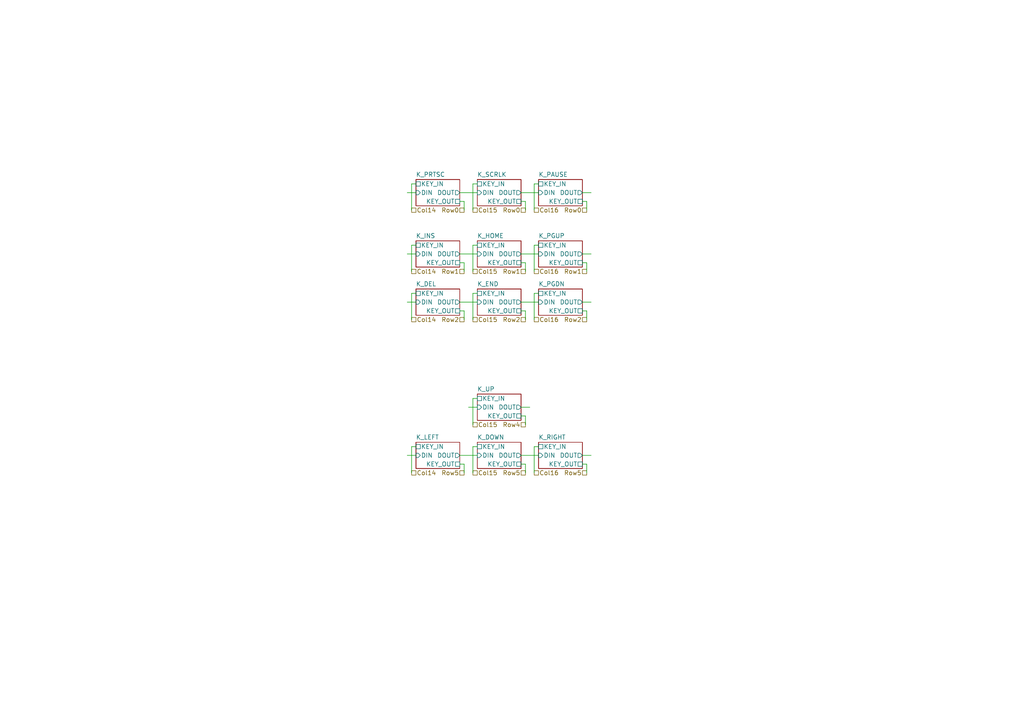
<source format=kicad_sch>
(kicad_sch
	(version 20250114)
	(generator "eeschema")
	(generator_version "9.0")
	(uuid "50d953a2-6718-4be1-9081-ca3a25003671")
	(paper "A4")
	(lib_symbols)
	(wire
		(pts
			(xy 134.62 90.17) (xy 134.62 92.71)
		)
		(stroke
			(width 0)
			(type default)
		)
		(uuid "0a64882f-115f-40fa-b8d4-f955193ec658")
	)
	(wire
		(pts
			(xy 137.16 85.09) (xy 138.43 85.09)
		)
		(stroke
			(width 0)
			(type default)
		)
		(uuid "0c527293-197e-4083-b36d-71bbad5576f4")
	)
	(wire
		(pts
			(xy 137.16 115.57) (xy 137.16 123.19)
		)
		(stroke
			(width 0)
			(type default)
		)
		(uuid "12bb8038-9b4d-4f4c-a15d-436d6d5b2ab3")
	)
	(wire
		(pts
			(xy 154.94 85.09) (xy 156.21 85.09)
		)
		(stroke
			(width 0)
			(type default)
		)
		(uuid "1b247bfa-ccc9-4e00-a31c-dfeece7f1c09")
	)
	(wire
		(pts
			(xy 119.38 71.12) (xy 120.65 71.12)
		)
		(stroke
			(width 0)
			(type default)
		)
		(uuid "1f1ba7b8-c01c-49de-9d3e-1cd4e1e5ca7b")
	)
	(wire
		(pts
			(xy 137.16 71.12) (xy 138.43 71.12)
		)
		(stroke
			(width 0)
			(type default)
		)
		(uuid "1ff7312d-4e87-4d2c-93f6-7a61ee3fec4a")
	)
	(wire
		(pts
			(xy 151.13 58.42) (xy 152.4 58.42)
		)
		(stroke
			(width 0)
			(type default)
		)
		(uuid "23612167-5123-4c14-9cde-273d39ab2ffa")
	)
	(wire
		(pts
			(xy 168.91 58.42) (xy 170.18 58.42)
		)
		(stroke
			(width 0)
			(type default)
		)
		(uuid "25e7a9ae-f206-4590-ac96-5dc2734ff6e2")
	)
	(wire
		(pts
			(xy 152.4 76.2) (xy 152.4 78.74)
		)
		(stroke
			(width 0)
			(type default)
		)
		(uuid "299cb484-5d85-494c-a715-223e012441f4")
	)
	(wire
		(pts
			(xy 133.35 134.62) (xy 134.62 134.62)
		)
		(stroke
			(width 0)
			(type default)
		)
		(uuid "2a4b8001-6674-4f5f-b10a-dd7b4b8573b1")
	)
	(wire
		(pts
			(xy 134.62 58.42) (xy 134.62 60.96)
		)
		(stroke
			(width 0)
			(type default)
		)
		(uuid "2a63abe6-9619-4af0-bfe9-b6196d5e478c")
	)
	(wire
		(pts
			(xy 119.38 85.09) (xy 119.38 92.71)
		)
		(stroke
			(width 0)
			(type default)
		)
		(uuid "2ce9740f-faa8-400c-bfb3-7a5b86fbd744")
	)
	(wire
		(pts
			(xy 134.62 76.2) (xy 134.62 78.74)
		)
		(stroke
			(width 0)
			(type default)
		)
		(uuid "32a51390-35b0-4cb7-9f77-10fb408a1f3f")
	)
	(wire
		(pts
			(xy 135.89 118.11) (xy 138.43 118.11)
		)
		(stroke
			(width 0)
			(type default)
		)
		(uuid "3acac55a-343b-4257-8a86-732ec5a95a8a")
	)
	(wire
		(pts
			(xy 137.16 115.57) (xy 138.43 115.57)
		)
		(stroke
			(width 0)
			(type default)
		)
		(uuid "3b927aa3-ebf5-45d4-a8f8-0527d316e53a")
	)
	(wire
		(pts
			(xy 133.35 132.08) (xy 138.43 132.08)
		)
		(stroke
			(width 0)
			(type default)
		)
		(uuid "4162db12-3f63-4fad-aa16-cb910b045ca4")
	)
	(wire
		(pts
			(xy 151.13 132.08) (xy 156.21 132.08)
		)
		(stroke
			(width 0)
			(type default)
		)
		(uuid "43de6987-1d2c-403a-952f-e084d0e5f9b6")
	)
	(wire
		(pts
			(xy 119.38 129.54) (xy 119.38 137.16)
		)
		(stroke
			(width 0)
			(type default)
		)
		(uuid "4662ffeb-3651-4563-86d7-fd48e3826e14")
	)
	(wire
		(pts
			(xy 119.38 53.34) (xy 120.65 53.34)
		)
		(stroke
			(width 0)
			(type default)
		)
		(uuid "47cfaeeb-da7d-4537-9f78-00be2dd39da9")
	)
	(wire
		(pts
			(xy 170.18 90.17) (xy 170.18 92.71)
		)
		(stroke
			(width 0)
			(type default)
		)
		(uuid "489de70f-e092-4dfc-b531-7a831d5b9e26")
	)
	(wire
		(pts
			(xy 118.11 73.66) (xy 120.65 73.66)
		)
		(stroke
			(width 0)
			(type default)
		)
		(uuid "4e2a0b53-ed13-4e81-a3d7-6f9e0de9d546")
	)
	(wire
		(pts
			(xy 137.16 53.34) (xy 137.16 60.96)
		)
		(stroke
			(width 0)
			(type default)
		)
		(uuid "4e834403-dbe0-40dd-8b57-66ff3581e8c0")
	)
	(wire
		(pts
			(xy 170.18 58.42) (xy 170.18 60.96)
		)
		(stroke
			(width 0)
			(type default)
		)
		(uuid "4e8d2486-aa5b-4da6-b159-e56a0b5ca607")
	)
	(wire
		(pts
			(xy 168.91 90.17) (xy 170.18 90.17)
		)
		(stroke
			(width 0)
			(type default)
		)
		(uuid "50447e02-6b79-44ba-9a35-a4dfc208156b")
	)
	(wire
		(pts
			(xy 133.35 55.88) (xy 138.43 55.88)
		)
		(stroke
			(width 0)
			(type default)
		)
		(uuid "51060fbb-ef6f-4564-b3bb-cff95ec7a0f4")
	)
	(wire
		(pts
			(xy 137.16 71.12) (xy 137.16 78.74)
		)
		(stroke
			(width 0)
			(type default)
		)
		(uuid "52eebf06-78ee-4576-a988-2cfd65e1b275")
	)
	(wire
		(pts
			(xy 168.91 55.88) (xy 171.45 55.88)
		)
		(stroke
			(width 0)
			(type default)
		)
		(uuid "546a722c-d12d-4a3d-a954-f5cb95536e3b")
	)
	(wire
		(pts
			(xy 137.16 53.34) (xy 138.43 53.34)
		)
		(stroke
			(width 0)
			(type default)
		)
		(uuid "5b424a58-e83c-4686-9c62-9b64babf9fc4")
	)
	(wire
		(pts
			(xy 154.94 53.34) (xy 154.94 60.96)
		)
		(stroke
			(width 0)
			(type default)
		)
		(uuid "5f0e08da-e29c-433d-a4ef-48503772f17c")
	)
	(wire
		(pts
			(xy 119.38 85.09) (xy 120.65 85.09)
		)
		(stroke
			(width 0)
			(type default)
		)
		(uuid "6145c4ed-451b-4022-b572-ec7a08d5b59f")
	)
	(wire
		(pts
			(xy 154.94 129.54) (xy 156.21 129.54)
		)
		(stroke
			(width 0)
			(type default)
		)
		(uuid "6398828d-5cb3-4dde-a7e8-fd7c85901519")
	)
	(wire
		(pts
			(xy 168.91 132.08) (xy 171.45 132.08)
		)
		(stroke
			(width 0)
			(type default)
		)
		(uuid "64bcf269-7e09-41d8-8f06-e2a1a3f9f9bf")
	)
	(wire
		(pts
			(xy 133.35 90.17) (xy 134.62 90.17)
		)
		(stroke
			(width 0)
			(type default)
		)
		(uuid "670cd6b2-8147-4617-8113-9c6779fd444d")
	)
	(wire
		(pts
			(xy 152.4 58.42) (xy 152.4 60.96)
		)
		(stroke
			(width 0)
			(type default)
		)
		(uuid "78f154f3-4b08-4cbc-bfe3-0e8f1c2573e8")
	)
	(wire
		(pts
			(xy 151.13 118.11) (xy 153.67 118.11)
		)
		(stroke
			(width 0)
			(type default)
		)
		(uuid "7d4f7529-87b0-4aa6-abeb-8f8bef656dae")
	)
	(wire
		(pts
			(xy 154.94 71.12) (xy 154.94 78.74)
		)
		(stroke
			(width 0)
			(type default)
		)
		(uuid "888bc504-5281-46f7-bdf4-f079fca4a438")
	)
	(wire
		(pts
			(xy 119.38 71.12) (xy 119.38 78.74)
		)
		(stroke
			(width 0)
			(type default)
		)
		(uuid "8f8c47dd-fa1f-4498-bcb4-67903e9a6525")
	)
	(wire
		(pts
			(xy 118.11 55.88) (xy 120.65 55.88)
		)
		(stroke
			(width 0)
			(type default)
		)
		(uuid "95b35bc2-fb9f-41e4-8d2f-11ad4d68823f")
	)
	(wire
		(pts
			(xy 151.13 76.2) (xy 152.4 76.2)
		)
		(stroke
			(width 0)
			(type default)
		)
		(uuid "97c83d95-76af-4ee5-992c-11ce03398cf0")
	)
	(wire
		(pts
			(xy 133.35 87.63) (xy 138.43 87.63)
		)
		(stroke
			(width 0)
			(type default)
		)
		(uuid "98451fe8-cf47-49a3-a59d-183402a2d26e")
	)
	(wire
		(pts
			(xy 151.13 120.65) (xy 152.4 120.65)
		)
		(stroke
			(width 0)
			(type default)
		)
		(uuid "98c6f18b-4b9a-46ff-bd62-2ca97b034daa")
	)
	(wire
		(pts
			(xy 168.91 73.66) (xy 171.45 73.66)
		)
		(stroke
			(width 0)
			(type default)
		)
		(uuid "9f1a9bdf-394f-4eea-8cc5-269ba3776af8")
	)
	(wire
		(pts
			(xy 154.94 71.12) (xy 156.21 71.12)
		)
		(stroke
			(width 0)
			(type default)
		)
		(uuid "a14c4d38-694e-4680-b8f4-a169ae96abd6")
	)
	(wire
		(pts
			(xy 152.4 90.17) (xy 152.4 92.71)
		)
		(stroke
			(width 0)
			(type default)
		)
		(uuid "a16119ce-503c-4c06-b7c9-219257de7f2a")
	)
	(wire
		(pts
			(xy 168.91 134.62) (xy 170.18 134.62)
		)
		(stroke
			(width 0)
			(type default)
		)
		(uuid "a7d6f5ab-79ac-4674-9f43-ab346355eb01")
	)
	(wire
		(pts
			(xy 170.18 134.62) (xy 170.18 137.16)
		)
		(stroke
			(width 0)
			(type default)
		)
		(uuid "ae693b74-f99e-4825-84c3-a8dc7aafa32d")
	)
	(wire
		(pts
			(xy 133.35 58.42) (xy 134.62 58.42)
		)
		(stroke
			(width 0)
			(type default)
		)
		(uuid "afcd577e-f675-488a-94bc-6ea2fd35f9e1")
	)
	(wire
		(pts
			(xy 168.91 76.2) (xy 170.18 76.2)
		)
		(stroke
			(width 0)
			(type default)
		)
		(uuid "b0d08324-e9b7-4289-b7c1-5022f6770a98")
	)
	(wire
		(pts
			(xy 137.16 129.54) (xy 137.16 137.16)
		)
		(stroke
			(width 0)
			(type default)
		)
		(uuid "b5e952cb-9a9d-4c76-ab91-ba595d908d15")
	)
	(wire
		(pts
			(xy 154.94 53.34) (xy 156.21 53.34)
		)
		(stroke
			(width 0)
			(type default)
		)
		(uuid "bf94092b-4609-49c4-ac63-356891ec28e4")
	)
	(wire
		(pts
			(xy 133.35 76.2) (xy 134.62 76.2)
		)
		(stroke
			(width 0)
			(type default)
		)
		(uuid "c1864d7e-a0e2-4807-8448-8c0f82001c20")
	)
	(wire
		(pts
			(xy 119.38 53.34) (xy 119.38 60.96)
		)
		(stroke
			(width 0)
			(type default)
		)
		(uuid "c3b2a4b9-f131-4e35-94c0-2202ee531409")
	)
	(wire
		(pts
			(xy 151.13 134.62) (xy 152.4 134.62)
		)
		(stroke
			(width 0)
			(type default)
		)
		(uuid "c457ba87-3337-4d07-aabd-7c9ce1bbb8e9")
	)
	(wire
		(pts
			(xy 152.4 134.62) (xy 152.4 137.16)
		)
		(stroke
			(width 0)
			(type default)
		)
		(uuid "cc014bc8-dab2-4cbd-8815-c6a6c14e4b5d")
	)
	(wire
		(pts
			(xy 170.18 76.2) (xy 170.18 78.74)
		)
		(stroke
			(width 0)
			(type default)
		)
		(uuid "cf9def39-be38-4445-833d-2fdf68334503")
	)
	(wire
		(pts
			(xy 137.16 85.09) (xy 137.16 92.71)
		)
		(stroke
			(width 0)
			(type default)
		)
		(uuid "d1b2f7c9-edda-4ef2-996b-662b24eedfd7")
	)
	(wire
		(pts
			(xy 133.35 73.66) (xy 138.43 73.66)
		)
		(stroke
			(width 0)
			(type default)
		)
		(uuid "d66174a3-6914-4a9e-9227-b28ecb81e24f")
	)
	(wire
		(pts
			(xy 134.62 134.62) (xy 134.62 137.16)
		)
		(stroke
			(width 0)
			(type default)
		)
		(uuid "dc0115ce-2c04-4c15-9fce-cec73400dc86")
	)
	(wire
		(pts
			(xy 119.38 129.54) (xy 120.65 129.54)
		)
		(stroke
			(width 0)
			(type default)
		)
		(uuid "dd3d506b-efc2-47a0-910f-0f50b61e1de6")
	)
	(wire
		(pts
			(xy 154.94 129.54) (xy 154.94 137.16)
		)
		(stroke
			(width 0)
			(type default)
		)
		(uuid "e2493ad1-5958-4483-971e-7a5cf84058ac")
	)
	(wire
		(pts
			(xy 168.91 87.63) (xy 171.45 87.63)
		)
		(stroke
			(width 0)
			(type default)
		)
		(uuid "e25bcd9a-64a3-45e8-a67c-5eb8698598f0")
	)
	(wire
		(pts
			(xy 151.13 73.66) (xy 156.21 73.66)
		)
		(stroke
			(width 0)
			(type default)
		)
		(uuid "e7277a30-c028-4938-ae71-59e456f9a438")
	)
	(wire
		(pts
			(xy 152.4 120.65) (xy 152.4 123.19)
		)
		(stroke
			(width 0)
			(type default)
		)
		(uuid "edb3713c-b05a-4631-9813-260b80445eca")
	)
	(wire
		(pts
			(xy 137.16 129.54) (xy 138.43 129.54)
		)
		(stroke
			(width 0)
			(type default)
		)
		(uuid "efecb356-215b-4796-b989-267a53f43a0d")
	)
	(wire
		(pts
			(xy 118.11 87.63) (xy 120.65 87.63)
		)
		(stroke
			(width 0)
			(type default)
		)
		(uuid "f46068d4-0337-42f1-8398-ea6a704d6e28")
	)
	(wire
		(pts
			(xy 151.13 87.63) (xy 156.21 87.63)
		)
		(stroke
			(width 0)
			(type default)
		)
		(uuid "f70bbca1-55d8-4fde-915f-34a096f8fb5c")
	)
	(wire
		(pts
			(xy 151.13 90.17) (xy 152.4 90.17)
		)
		(stroke
			(width 0)
			(type default)
		)
		(uuid "f78bb830-d944-4353-b459-dc80250b1ccc")
	)
	(wire
		(pts
			(xy 151.13 55.88) (xy 156.21 55.88)
		)
		(stroke
			(width 0)
			(type default)
		)
		(uuid "fb96cea0-b743-4520-83c9-06569571ce1f")
	)
	(wire
		(pts
			(xy 118.11 132.08) (xy 120.65 132.08)
		)
		(stroke
			(width 0)
			(type default)
		)
		(uuid "fc046c5c-a4db-4d40-b85c-17088fc0cd5a")
	)
	(wire
		(pts
			(xy 154.94 85.09) (xy 154.94 92.71)
		)
		(stroke
			(width 0)
			(type default)
		)
		(uuid "ff5b07af-c52b-4bd5-903c-2134d541b264")
	)
	(hierarchical_label "Row4"
		(shape passive)
		(at 152.4 123.19 180)
		(effects
			(font
				(size 1.27 1.27)
			)
			(justify right)
		)
		(uuid "046c279d-461d-4208-bd8c-ab1c33eb3521")
	)
	(hierarchical_label "Col14"
		(shape passive)
		(at 119.38 92.71 0)
		(effects
			(font
				(size 1.27 1.27)
			)
			(justify left)
		)
		(uuid "04dd1c49-7435-42cd-98a5-486808e28cf4")
	)
	(hierarchical_label "Col15"
		(shape passive)
		(at 137.16 123.19 0)
		(effects
			(font
				(size 1.27 1.27)
			)
			(justify left)
		)
		(uuid "053b5ac0-372d-4e3e-a00d-a28e5c458510")
	)
	(hierarchical_label "Row5"
		(shape passive)
		(at 152.4 137.16 180)
		(effects
			(font
				(size 1.27 1.27)
			)
			(justify right)
		)
		(uuid "0b2b442c-a8d7-4531-8bd2-2064b69fc47c")
	)
	(hierarchical_label "Row0"
		(shape passive)
		(at 152.4 60.96 180)
		(effects
			(font
				(size 1.27 1.27)
			)
			(justify right)
		)
		(uuid "229384f4-6c40-4b35-9108-36f645b97eb0")
	)
	(hierarchical_label "Row2"
		(shape passive)
		(at 134.62 92.71 180)
		(effects
			(font
				(size 1.27 1.27)
			)
			(justify right)
		)
		(uuid "35e15819-2e42-4a4d-ab4d-83bea9a37784")
	)
	(hierarchical_label "Col15"
		(shape passive)
		(at 137.16 78.74 0)
		(effects
			(font
				(size 1.27 1.27)
			)
			(justify left)
		)
		(uuid "403e9d0f-9ada-4cd1-a067-845b6c3eefce")
	)
	(hierarchical_label "Col16"
		(shape passive)
		(at 154.94 60.96 0)
		(effects
			(font
				(size 1.27 1.27)
			)
			(justify left)
		)
		(uuid "43d7a26a-197a-4164-8113-abb34a330ecb")
	)
	(hierarchical_label "Col15"
		(shape passive)
		(at 137.16 92.71 0)
		(effects
			(font
				(size 1.27 1.27)
			)
			(justify left)
		)
		(uuid "5bd28606-f45d-47ca-a236-4c418b9485d7")
	)
	(hierarchical_label "Col14"
		(shape passive)
		(at 119.38 78.74 0)
		(effects
			(font
				(size 1.27 1.27)
			)
			(justify left)
		)
		(uuid "66f854ff-5c0e-4248-9b57-9439ba669edb")
	)
	(hierarchical_label "Row0"
		(shape passive)
		(at 170.18 60.96 180)
		(effects
			(font
				(size 1.27 1.27)
			)
			(justify right)
		)
		(uuid "72b82809-6bcf-4761-9994-a4840b0ebdaf")
	)
	(hierarchical_label "Row0"
		(shape passive)
		(at 134.62 60.96 180)
		(effects
			(font
				(size 1.27 1.27)
			)
			(justify right)
		)
		(uuid "74697937-44c1-45ae-854d-1643d16cea2c")
	)
	(hierarchical_label "Col16"
		(shape passive)
		(at 154.94 137.16 0)
		(effects
			(font
				(size 1.27 1.27)
			)
			(justify left)
		)
		(uuid "84cd5ed8-6216-4c3c-a11f-eea28d1fdf23")
	)
	(hierarchical_label "Row1"
		(shape passive)
		(at 134.62 78.74 180)
		(effects
			(font
				(size 1.27 1.27)
			)
			(justify right)
		)
		(uuid "868fc57c-a612-4efe-bc0e-f5e1b585daff")
	)
	(hierarchical_label "Row5"
		(shape passive)
		(at 170.18 137.16 180)
		(effects
			(font
				(size 1.27 1.27)
			)
			(justify right)
		)
		(uuid "8d3171f1-0a37-49bc-be28-17e6ac1afdd5")
	)
	(hierarchical_label "Col16"
		(shape passive)
		(at 154.94 92.71 0)
		(effects
			(font
				(size 1.27 1.27)
			)
			(justify left)
		)
		(uuid "8da1f858-4f7d-4ecf-8ff1-617ee42e4ab3")
	)
	(hierarchical_label "Col15"
		(shape passive)
		(at 137.16 60.96 0)
		(effects
			(font
				(size 1.27 1.27)
			)
			(justify left)
		)
		(uuid "a45015d0-9652-4bb9-a858-4252095b3724")
	)
	(hierarchical_label "Col14"
		(shape passive)
		(at 119.38 60.96 0)
		(effects
			(font
				(size 1.27 1.27)
			)
			(justify left)
		)
		(uuid "a550e2c9-8108-4e52-9162-9eedee81425b")
	)
	(hierarchical_label "Row2"
		(shape passive)
		(at 170.18 92.71 180)
		(effects
			(font
				(size 1.27 1.27)
			)
			(justify right)
		)
		(uuid "aacc1c93-2e4a-49fb-a662-c93bb13d6c04")
	)
	(hierarchical_label "Col14"
		(shape passive)
		(at 119.38 137.16 0)
		(effects
			(font
				(size 1.27 1.27)
			)
			(justify left)
		)
		(uuid "b4d6161c-e027-4e3b-8516-691d3e91673a")
	)
	(hierarchical_label "Row1"
		(shape passive)
		(at 170.18 78.74 180)
		(effects
			(font
				(size 1.27 1.27)
			)
			(justify right)
		)
		(uuid "c6992d01-143b-4a03-a856-c69716d4b02d")
	)
	(hierarchical_label "Row5"
		(shape passive)
		(at 134.62 137.16 180)
		(effects
			(font
				(size 1.27 1.27)
			)
			(justify right)
		)
		(uuid "c9c3e442-0f98-4266-bbd6-10e94c41dfc8")
	)
	(hierarchical_label "Col16"
		(shape passive)
		(at 154.94 78.74 0)
		(effects
			(font
				(size 1.27 1.27)
			)
			(justify left)
		)
		(uuid "ce18ba2c-9b6a-4702-ac94-0a0f2c2a4ed2")
	)
	(hierarchical_label "Col15"
		(shape passive)
		(at 137.16 137.16 0)
		(effects
			(font
				(size 1.27 1.27)
			)
			(justify left)
		)
		(uuid "d58255ac-0023-4224-9f89-4ef703642a0b")
	)
	(hierarchical_label "Row1"
		(shape passive)
		(at 152.4 78.74 180)
		(effects
			(font
				(size 1.27 1.27)
			)
			(justify right)
		)
		(uuid "eaced3dd-cfb6-402a-88b0-c6a872ce55ab")
	)
	(hierarchical_label "Row2"
		(shape passive)
		(at 152.4 92.71 180)
		(effects
			(font
				(size 1.27 1.27)
			)
			(justify right)
		)
		(uuid "f698a90c-a720-4019-bc68-8be52e9406da")
	)
	(sheet
		(at 120.65 52.07)
		(size 12.7 7.62)
		(exclude_from_sim no)
		(in_bom yes)
		(on_board yes)
		(dnp no)
		(fields_autoplaced yes)
		(stroke
			(width 0.1524)
			(type solid)
		)
		(fill
			(color 0 0 0 0.0000)
		)
		(uuid "1e4d1461-b179-4d8c-b35c-c659399bb3a9")
		(property "Sheetname" "K_PRTSC"
			(at 120.65 51.3584 0)
			(effects
				(font
					(size 1.27 1.27)
				)
				(justify left bottom)
			)
		)
		(property "Sheetfile" "key_rgb.kicad_sch"
			(at 120.65 60.2746 0)
			(effects
				(font
					(size 1.27 1.27)
				)
				(justify left top)
				(hide yes)
			)
		)
		(pin "DIN" input
			(at 120.65 55.88 180)
			(uuid "449eb5f2-adfb-4884-85ce-d553b622488b")
			(effects
				(font
					(size 1.27 1.27)
				)
				(justify left)
			)
		)
		(pin "DOUT" output
			(at 133.35 55.88 0)
			(uuid "ea71e437-2ce9-4335-b607-b2a277a0a30f")
			(effects
				(font
					(size 1.27 1.27)
				)
				(justify right)
			)
		)
		(pin "KEY_IN" passive
			(at 120.65 53.34 180)
			(uuid "a4d57aa4-e5fd-462b-81de-d7efef143d3e")
			(effects
				(font
					(size 1.27 1.27)
				)
				(justify left)
			)
		)
		(pin "KEY_OUT" passive
			(at 133.35 58.42 0)
			(uuid "0bf9c5ce-9768-4ae3-878d-a77b44123ec5")
			(effects
				(font
					(size 1.27 1.27)
				)
				(justify right)
			)
		)
		(instances
			(project "zmk-g915"
				(path "/ef112b03-6536-453f-8127-17d1495b48aa/45c5f3d6-3be9-46e6-9c92-280cf0e0d840/10f9cc0e-b97e-4623-97c7-5ab1e0fd00f4"
					(page "23")
				)
			)
		)
	)
	(sheet
		(at 138.43 69.85)
		(size 12.7 7.62)
		(exclude_from_sim no)
		(in_bom yes)
		(on_board yes)
		(dnp no)
		(fields_autoplaced yes)
		(stroke
			(width 0.1524)
			(type solid)
		)
		(fill
			(color 0 0 0 0.0000)
		)
		(uuid "32b40871-9664-4739-bce2-f12f5e57887b")
		(property "Sheetname" "K_HOME"
			(at 138.43 69.1384 0)
			(effects
				(font
					(size 1.27 1.27)
				)
				(justify left bottom)
			)
		)
		(property "Sheetfile" "key_rgb.kicad_sch"
			(at 138.43 78.0546 0)
			(effects
				(font
					(size 1.27 1.27)
				)
				(justify left top)
				(hide yes)
			)
		)
		(pin "DIN" input
			(at 138.43 73.66 180)
			(uuid "0e930cce-dd00-4524-ba4b-f543702dd531")
			(effects
				(font
					(size 1.27 1.27)
				)
				(justify left)
			)
		)
		(pin "DOUT" output
			(at 151.13 73.66 0)
			(uuid "5f218296-011f-4cb2-a567-617984e8cfc6")
			(effects
				(font
					(size 1.27 1.27)
				)
				(justify right)
			)
		)
		(pin "KEY_IN" passive
			(at 138.43 71.12 180)
			(uuid "45b9a4d1-e37e-4770-9faa-b140f02764d8")
			(effects
				(font
					(size 1.27 1.27)
				)
				(justify left)
			)
		)
		(pin "KEY_OUT" passive
			(at 151.13 76.2 0)
			(uuid "166bfb1b-4d8a-4287-88d6-eb40038c2aee")
			(effects
				(font
					(size 1.27 1.27)
				)
				(justify right)
			)
		)
		(instances
			(project "zmk-g915"
				(path "/ef112b03-6536-453f-8127-17d1495b48aa/45c5f3d6-3be9-46e6-9c92-280cf0e0d840/10f9cc0e-b97e-4623-97c7-5ab1e0fd00f4"
					(page "27")
				)
			)
		)
	)
	(sheet
		(at 156.21 83.82)
		(size 12.7 7.62)
		(exclude_from_sim no)
		(in_bom yes)
		(on_board yes)
		(dnp no)
		(fields_autoplaced yes)
		(stroke
			(width 0.1524)
			(type solid)
		)
		(fill
			(color 0 0 0 0.0000)
		)
		(uuid "54c58db0-a12a-4c33-b9ed-3a147685c8a4")
		(property "Sheetname" "K_PGDN"
			(at 156.21 83.1084 0)
			(effects
				(font
					(size 1.27 1.27)
				)
				(justify left bottom)
			)
		)
		(property "Sheetfile" "key_rgb.kicad_sch"
			(at 156.21 92.0246 0)
			(effects
				(font
					(size 1.27 1.27)
				)
				(justify left top)
				(hide yes)
			)
		)
		(pin "DIN" input
			(at 156.21 87.63 180)
			(uuid "a919e280-1d87-4aa8-91cd-40c63df9a5f9")
			(effects
				(font
					(size 1.27 1.27)
				)
				(justify left)
			)
		)
		(pin "DOUT" output
			(at 168.91 87.63 0)
			(uuid "89589506-a1a6-4984-8068-ebbdd10308a8")
			(effects
				(font
					(size 1.27 1.27)
				)
				(justify right)
			)
		)
		(pin "KEY_IN" passive
			(at 156.21 85.09 180)
			(uuid "830dee29-712c-436d-b192-e028bf74b1fd")
			(effects
				(font
					(size 1.27 1.27)
				)
				(justify left)
			)
		)
		(pin "KEY_OUT" passive
			(at 168.91 90.17 0)
			(uuid "15a866bc-ec49-416d-9558-7988c5597fc0")
			(effects
				(font
					(size 1.27 1.27)
				)
				(justify right)
			)
		)
		(instances
			(project "zmk-g915"
				(path "/ef112b03-6536-453f-8127-17d1495b48aa/45c5f3d6-3be9-46e6-9c92-280cf0e0d840/10f9cc0e-b97e-4623-97c7-5ab1e0fd00f4"
					(page "31")
				)
			)
		)
	)
	(sheet
		(at 156.21 128.27)
		(size 12.7 7.62)
		(exclude_from_sim no)
		(in_bom yes)
		(on_board yes)
		(dnp no)
		(fields_autoplaced yes)
		(stroke
			(width 0.1524)
			(type solid)
		)
		(fill
			(color 0 0 0 0.0000)
		)
		(uuid "654adf1b-7e16-4538-a059-06e177387b30")
		(property "Sheetname" "K_RIGHT"
			(at 156.21 127.5584 0)
			(effects
				(font
					(size 1.27 1.27)
				)
				(justify left bottom)
			)
		)
		(property "Sheetfile" "key_rgb.kicad_sch"
			(at 156.21 136.4746 0)
			(effects
				(font
					(size 1.27 1.27)
				)
				(justify left top)
				(hide yes)
			)
		)
		(pin "DIN" input
			(at 156.21 132.08 180)
			(uuid "a0e28b87-a459-46e4-8218-4f525147ed5a")
			(effects
				(font
					(size 1.27 1.27)
				)
				(justify left)
			)
		)
		(pin "DOUT" output
			(at 168.91 132.08 0)
			(uuid "7a12ffd4-0071-4e4e-a1f8-74ac420787d0")
			(effects
				(font
					(size 1.27 1.27)
				)
				(justify right)
			)
		)
		(pin "KEY_IN" passive
			(at 156.21 129.54 180)
			(uuid "0a0b03e6-f896-43f6-92cd-8e5459beefed")
			(effects
				(font
					(size 1.27 1.27)
				)
				(justify left)
			)
		)
		(pin "KEY_OUT" passive
			(at 168.91 134.62 0)
			(uuid "d27fec41-1cc0-4dae-a3cd-3c4cfeb771f6")
			(effects
				(font
					(size 1.27 1.27)
				)
				(justify right)
			)
		)
		(instances
			(project "zmk-g915"
				(path "/ef112b03-6536-453f-8127-17d1495b48aa/45c5f3d6-3be9-46e6-9c92-280cf0e0d840/10f9cc0e-b97e-4623-97c7-5ab1e0fd00f4"
					(page "134")
				)
			)
		)
	)
	(sheet
		(at 156.21 52.07)
		(size 12.7 7.62)
		(exclude_from_sim no)
		(in_bom yes)
		(on_board yes)
		(dnp no)
		(fields_autoplaced yes)
		(stroke
			(width 0.1524)
			(type solid)
		)
		(fill
			(color 0 0 0 0.0000)
		)
		(uuid "669b1354-fcdf-402f-82b8-535d3492cdb7")
		(property "Sheetname" "K_PAUSE"
			(at 156.21 51.3584 0)
			(effects
				(font
					(size 1.27 1.27)
				)
				(justify left bottom)
			)
		)
		(property "Sheetfile" "key_rgb.kicad_sch"
			(at 156.21 60.2746 0)
			(effects
				(font
					(size 1.27 1.27)
				)
				(justify left top)
				(hide yes)
			)
		)
		(pin "DIN" input
			(at 156.21 55.88 180)
			(uuid "ce343bcf-47f6-478d-83e1-1c4be0142e40")
			(effects
				(font
					(size 1.27 1.27)
				)
				(justify left)
			)
		)
		(pin "DOUT" output
			(at 168.91 55.88 0)
			(uuid "852d9e89-17a8-4bd4-912e-a9e5998ffb2f")
			(effects
				(font
					(size 1.27 1.27)
				)
				(justify right)
			)
		)
		(pin "KEY_IN" passive
			(at 156.21 53.34 180)
			(uuid "6907ef41-d771-4778-8324-b44e523b5c0a")
			(effects
				(font
					(size 1.27 1.27)
				)
				(justify left)
			)
		)
		(pin "KEY_OUT" passive
			(at 168.91 58.42 0)
			(uuid "ff148d48-29da-4fb6-b1d2-9801f184b24c")
			(effects
				(font
					(size 1.27 1.27)
				)
				(justify right)
			)
		)
		(instances
			(project "zmk-g915"
				(path "/ef112b03-6536-453f-8127-17d1495b48aa/45c5f3d6-3be9-46e6-9c92-280cf0e0d840/10f9cc0e-b97e-4623-97c7-5ab1e0fd00f4"
					(page "25")
				)
			)
		)
	)
	(sheet
		(at 138.43 52.07)
		(size 12.7 7.62)
		(exclude_from_sim no)
		(in_bom yes)
		(on_board yes)
		(dnp no)
		(fields_autoplaced yes)
		(stroke
			(width 0.1524)
			(type solid)
		)
		(fill
			(color 0 0 0 0.0000)
		)
		(uuid "6780271e-5dcc-448e-9782-164f5274e280")
		(property "Sheetname" "K_SCRLK"
			(at 138.43 51.3584 0)
			(effects
				(font
					(size 1.27 1.27)
				)
				(justify left bottom)
			)
		)
		(property "Sheetfile" "key_rgb.kicad_sch"
			(at 138.43 60.2746 0)
			(effects
				(font
					(size 1.27 1.27)
				)
				(justify left top)
				(hide yes)
			)
		)
		(pin "DIN" input
			(at 138.43 55.88 180)
			(uuid "31ea8115-2d54-483b-afd3-ae1538efe9c4")
			(effects
				(font
					(size 1.27 1.27)
				)
				(justify left)
			)
		)
		(pin "DOUT" output
			(at 151.13 55.88 0)
			(uuid "bcbb24f4-290d-4db6-9b65-8d9508154ed3")
			(effects
				(font
					(size 1.27 1.27)
				)
				(justify right)
			)
		)
		(pin "KEY_IN" passive
			(at 138.43 53.34 180)
			(uuid "bec66abc-2ab5-48d5-817c-7e19d7ff1507")
			(effects
				(font
					(size 1.27 1.27)
				)
				(justify left)
			)
		)
		(pin "KEY_OUT" passive
			(at 151.13 58.42 0)
			(uuid "ae40f476-208b-48f6-a7f9-bc59a43ce968")
			(effects
				(font
					(size 1.27 1.27)
				)
				(justify right)
			)
		)
		(instances
			(project "zmk-g915"
				(path "/ef112b03-6536-453f-8127-17d1495b48aa/45c5f3d6-3be9-46e6-9c92-280cf0e0d840/10f9cc0e-b97e-4623-97c7-5ab1e0fd00f4"
					(page "24")
				)
			)
		)
	)
	(sheet
		(at 138.43 83.82)
		(size 12.7 7.62)
		(exclude_from_sim no)
		(in_bom yes)
		(on_board yes)
		(dnp no)
		(fields_autoplaced yes)
		(stroke
			(width 0.1524)
			(type solid)
		)
		(fill
			(color 0 0 0 0.0000)
		)
		(uuid "686f6522-a504-48dc-8a97-973fe78d5351")
		(property "Sheetname" "K_END"
			(at 138.43 83.1084 0)
			(effects
				(font
					(size 1.27 1.27)
				)
				(justify left bottom)
			)
		)
		(property "Sheetfile" "key_rgb.kicad_sch"
			(at 138.43 92.0246 0)
			(effects
				(font
					(size 1.27 1.27)
				)
				(justify left top)
				(hide yes)
			)
		)
		(pin "DIN" input
			(at 138.43 87.63 180)
			(uuid "3eec681c-403e-4b76-9346-bbd9f43b65d1")
			(effects
				(font
					(size 1.27 1.27)
				)
				(justify left)
			)
		)
		(pin "DOUT" output
			(at 151.13 87.63 0)
			(uuid "14579b9a-98e5-4eec-a89c-0db1d3ea8aa6")
			(effects
				(font
					(size 1.27 1.27)
				)
				(justify right)
			)
		)
		(pin "KEY_IN" passive
			(at 138.43 85.09 180)
			(uuid "9c496099-1fb6-412a-a9f9-8b3999578571")
			(effects
				(font
					(size 1.27 1.27)
				)
				(justify left)
			)
		)
		(pin "KEY_OUT" passive
			(at 151.13 90.17 0)
			(uuid "ef9d0c7a-1e61-4a47-8ac7-e2977705377a")
			(effects
				(font
					(size 1.27 1.27)
				)
				(justify right)
			)
		)
		(instances
			(project "zmk-g915"
				(path "/ef112b03-6536-453f-8127-17d1495b48aa/45c5f3d6-3be9-46e6-9c92-280cf0e0d840/10f9cc0e-b97e-4623-97c7-5ab1e0fd00f4"
					(page "30")
				)
			)
		)
	)
	(sheet
		(at 120.65 69.85)
		(size 12.7 7.62)
		(exclude_from_sim no)
		(in_bom yes)
		(on_board yes)
		(dnp no)
		(fields_autoplaced yes)
		(stroke
			(width 0.1524)
			(type solid)
		)
		(fill
			(color 0 0 0 0.0000)
		)
		(uuid "6e4322cb-a470-4010-b8a3-c1a93e7ab659")
		(property "Sheetname" "K_INS"
			(at 120.65 69.1384 0)
			(effects
				(font
					(size 1.27 1.27)
				)
				(justify left bottom)
			)
		)
		(property "Sheetfile" "key_rgb.kicad_sch"
			(at 120.65 78.0546 0)
			(effects
				(font
					(size 1.27 1.27)
				)
				(justify left top)
				(hide yes)
			)
		)
		(pin "DIN" input
			(at 120.65 73.66 180)
			(uuid "01f34191-1554-4383-ac76-e4c994f6fac7")
			(effects
				(font
					(size 1.27 1.27)
				)
				(justify left)
			)
		)
		(pin "DOUT" output
			(at 133.35 73.66 0)
			(uuid "af6e7182-b8f5-4983-aac8-4254a5332202")
			(effects
				(font
					(size 1.27 1.27)
				)
				(justify right)
			)
		)
		(pin "KEY_IN" passive
			(at 120.65 71.12 180)
			(uuid "de0de85b-23ce-4d00-9d94-b7f0766abacc")
			(effects
				(font
					(size 1.27 1.27)
				)
				(justify left)
			)
		)
		(pin "KEY_OUT" passive
			(at 133.35 76.2 0)
			(uuid "23905cd3-bfbb-4aae-bec3-3acdc545f145")
			(effects
				(font
					(size 1.27 1.27)
				)
				(justify right)
			)
		)
		(instances
			(project "zmk-g915"
				(path "/ef112b03-6536-453f-8127-17d1495b48aa/45c5f3d6-3be9-46e6-9c92-280cf0e0d840/10f9cc0e-b97e-4623-97c7-5ab1e0fd00f4"
					(page "26")
				)
			)
		)
	)
	(sheet
		(at 138.43 114.3)
		(size 12.7 7.62)
		(exclude_from_sim no)
		(in_bom yes)
		(on_board yes)
		(dnp no)
		(fields_autoplaced yes)
		(stroke
			(width 0.1524)
			(type solid)
		)
		(fill
			(color 0 0 0 0.0000)
		)
		(uuid "b8afd2fe-3c9a-4357-b2bf-95c242df24b7")
		(property "Sheetname" "K_UP"
			(at 138.43 113.5884 0)
			(effects
				(font
					(size 1.27 1.27)
				)
				(justify left bottom)
			)
		)
		(property "Sheetfile" "key_rgb.kicad_sch"
			(at 138.43 122.5046 0)
			(effects
				(font
					(size 1.27 1.27)
				)
				(justify left top)
				(hide yes)
			)
		)
		(pin "DIN" input
			(at 138.43 118.11 180)
			(uuid "b44d77b7-912e-4d5b-b5c2-90dd9a0ae25b")
			(effects
				(font
					(size 1.27 1.27)
				)
				(justify left)
			)
		)
		(pin "DOUT" output
			(at 151.13 118.11 0)
			(uuid "997e8e45-7d2c-44ae-bbf8-5265bd6b9215")
			(effects
				(font
					(size 1.27 1.27)
				)
				(justify right)
			)
		)
		(pin "KEY_IN" passive
			(at 138.43 115.57 180)
			(uuid "99aedc4d-0067-4ccf-ae41-186877ab76ba")
			(effects
				(font
					(size 1.27 1.27)
				)
				(justify left)
			)
		)
		(pin "KEY_OUT" passive
			(at 151.13 120.65 0)
			(uuid "c2d154ab-078e-4676-8da1-246e3fee4838")
			(effects
				(font
					(size 1.27 1.27)
				)
				(justify right)
			)
		)
		(instances
			(project "zmk-g915"
				(path "/ef112b03-6536-453f-8127-17d1495b48aa/45c5f3d6-3be9-46e6-9c92-280cf0e0d840/10f9cc0e-b97e-4623-97c7-5ab1e0fd00f4"
					(page "90")
				)
			)
		)
	)
	(sheet
		(at 138.43 128.27)
		(size 12.7 7.62)
		(exclude_from_sim no)
		(in_bom yes)
		(on_board yes)
		(dnp no)
		(fields_autoplaced yes)
		(stroke
			(width 0.1524)
			(type solid)
		)
		(fill
			(color 0 0 0 0.0000)
		)
		(uuid "b91df48b-06e1-4dc3-ba73-ae368a526664")
		(property "Sheetname" "K_DOWN"
			(at 138.43 127.5584 0)
			(effects
				(font
					(size 1.27 1.27)
				)
				(justify left bottom)
			)
		)
		(property "Sheetfile" "key_rgb.kicad_sch"
			(at 138.43 136.4746 0)
			(effects
				(font
					(size 1.27 1.27)
				)
				(justify left top)
				(hide yes)
			)
		)
		(pin "DIN" input
			(at 138.43 132.08 180)
			(uuid "a7e07ef7-d1cb-41b2-ae21-5d7503638988")
			(effects
				(font
					(size 1.27 1.27)
				)
				(justify left)
			)
		)
		(pin "DOUT" output
			(at 151.13 132.08 0)
			(uuid "2ff25504-b836-44bc-b506-33b8689400ff")
			(effects
				(font
					(size 1.27 1.27)
				)
				(justify right)
			)
		)
		(pin "KEY_IN" passive
			(at 138.43 129.54 180)
			(uuid "9fd0403a-a532-4904-b780-c9154bdf8801")
			(effects
				(font
					(size 1.27 1.27)
				)
				(justify left)
			)
		)
		(pin "KEY_OUT" passive
			(at 151.13 134.62 0)
			(uuid "592c7c5e-b56c-426e-a547-a8c3f1ef28c4")
			(effects
				(font
					(size 1.27 1.27)
				)
				(justify right)
			)
		)
		(instances
			(project "zmk-g915"
				(path "/ef112b03-6536-453f-8127-17d1495b48aa/45c5f3d6-3be9-46e6-9c92-280cf0e0d840/10f9cc0e-b97e-4623-97c7-5ab1e0fd00f4"
					(page "130")
				)
			)
		)
	)
	(sheet
		(at 120.65 83.82)
		(size 12.7 7.62)
		(exclude_from_sim no)
		(in_bom yes)
		(on_board yes)
		(dnp no)
		(fields_autoplaced yes)
		(stroke
			(width 0.1524)
			(type solid)
		)
		(fill
			(color 0 0 0 0.0000)
		)
		(uuid "c8560fae-1f1b-4bd7-9ade-908f414dcfe3")
		(property "Sheetname" "K_DEL"
			(at 120.65 83.1084 0)
			(effects
				(font
					(size 1.27 1.27)
				)
				(justify left bottom)
			)
		)
		(property "Sheetfile" "key_rgb.kicad_sch"
			(at 120.65 92.0246 0)
			(effects
				(font
					(size 1.27 1.27)
				)
				(justify left top)
				(hide yes)
			)
		)
		(pin "DIN" input
			(at 120.65 87.63 180)
			(uuid "33528ebe-8905-477a-bb9e-5e9f94f36048")
			(effects
				(font
					(size 1.27 1.27)
				)
				(justify left)
			)
		)
		(pin "DOUT" output
			(at 133.35 87.63 0)
			(uuid "1bf0f308-29cb-40cc-a6f1-cd4b78be292b")
			(effects
				(font
					(size 1.27 1.27)
				)
				(justify right)
			)
		)
		(pin "KEY_IN" passive
			(at 120.65 85.09 180)
			(uuid "1ba2cb41-0edd-4865-89d4-81ed637a6fa8")
			(effects
				(font
					(size 1.27 1.27)
				)
				(justify left)
			)
		)
		(pin "KEY_OUT" passive
			(at 133.35 90.17 0)
			(uuid "7e7d5bf6-077a-4bdf-95dd-34391aff32f1")
			(effects
				(font
					(size 1.27 1.27)
				)
				(justify right)
			)
		)
		(instances
			(project "zmk-g915"
				(path "/ef112b03-6536-453f-8127-17d1495b48aa/45c5f3d6-3be9-46e6-9c92-280cf0e0d840/10f9cc0e-b97e-4623-97c7-5ab1e0fd00f4"
					(page "29")
				)
			)
		)
	)
	(sheet
		(at 156.21 69.85)
		(size 12.7 7.62)
		(exclude_from_sim no)
		(in_bom yes)
		(on_board yes)
		(dnp no)
		(fields_autoplaced yes)
		(stroke
			(width 0.1524)
			(type solid)
		)
		(fill
			(color 0 0 0 0.0000)
		)
		(uuid "f23b7c4e-c9d6-41eb-9519-77b3c442dbbd")
		(property "Sheetname" "K_PGUP"
			(at 156.21 69.1384 0)
			(effects
				(font
					(size 1.27 1.27)
				)
				(justify left bottom)
			)
		)
		(property "Sheetfile" "key_rgb.kicad_sch"
			(at 156.21 78.0546 0)
			(effects
				(font
					(size 1.27 1.27)
				)
				(justify left top)
				(hide yes)
			)
		)
		(pin "DIN" input
			(at 156.21 73.66 180)
			(uuid "5bb8100e-a28a-4ac0-8cef-ef4a4b7e2592")
			(effects
				(font
					(size 1.27 1.27)
				)
				(justify left)
			)
		)
		(pin "DOUT" output
			(at 168.91 73.66 0)
			(uuid "55302621-3373-4335-af16-d7db3532b749")
			(effects
				(font
					(size 1.27 1.27)
				)
				(justify right)
			)
		)
		(pin "KEY_IN" passive
			(at 156.21 71.12 180)
			(uuid "ea914c36-7b83-41c3-a9d1-a546c6b19f29")
			(effects
				(font
					(size 1.27 1.27)
				)
				(justify left)
			)
		)
		(pin "KEY_OUT" passive
			(at 168.91 76.2 0)
			(uuid "d0281617-38f9-4144-a25b-f1ef59596674")
			(effects
				(font
					(size 1.27 1.27)
				)
				(justify right)
			)
		)
		(instances
			(project "zmk-g915"
				(path "/ef112b03-6536-453f-8127-17d1495b48aa/45c5f3d6-3be9-46e6-9c92-280cf0e0d840/10f9cc0e-b97e-4623-97c7-5ab1e0fd00f4"
					(page "28")
				)
			)
		)
	)
	(sheet
		(at 120.65 128.27)
		(size 12.7 7.62)
		(exclude_from_sim no)
		(in_bom yes)
		(on_board yes)
		(dnp no)
		(fields_autoplaced yes)
		(stroke
			(width 0.1524)
			(type solid)
		)
		(fill
			(color 0 0 0 0.0000)
		)
		(uuid "fba63b63-5d4d-4f31-b0f3-908449e83d36")
		(property "Sheetname" "K_LEFT"
			(at 120.65 127.5584 0)
			(effects
				(font
					(size 1.27 1.27)
				)
				(justify left bottom)
			)
		)
		(property "Sheetfile" "key_rgb.kicad_sch"
			(at 120.65 136.4746 0)
			(effects
				(font
					(size 1.27 1.27)
				)
				(justify left top)
				(hide yes)
			)
		)
		(pin "DIN" input
			(at 120.65 132.08 180)
			(uuid "5c1b9374-a69b-4ec6-acf8-cc4727eeeb88")
			(effects
				(font
					(size 1.27 1.27)
				)
				(justify left)
			)
		)
		(pin "DOUT" output
			(at 133.35 132.08 0)
			(uuid "92059390-2a41-4fc2-b637-80d589ef3abe")
			(effects
				(font
					(size 1.27 1.27)
				)
				(justify right)
			)
		)
		(pin "KEY_IN" passive
			(at 120.65 129.54 180)
			(uuid "c868c440-d69a-45fe-a4de-63c0be88527c")
			(effects
				(font
					(size 1.27 1.27)
				)
				(justify left)
			)
		)
		(pin "KEY_OUT" passive
			(at 133.35 134.62 0)
			(uuid "4412ae61-fc6b-462f-8118-d6bdc70900af")
			(effects
				(font
					(size 1.27 1.27)
				)
				(justify right)
			)
		)
		(instances
			(project "zmk-g915"
				(path "/ef112b03-6536-453f-8127-17d1495b48aa/45c5f3d6-3be9-46e6-9c92-280cf0e0d840/10f9cc0e-b97e-4623-97c7-5ab1e0fd00f4"
					(page "135")
				)
			)
		)
	)
)

</source>
